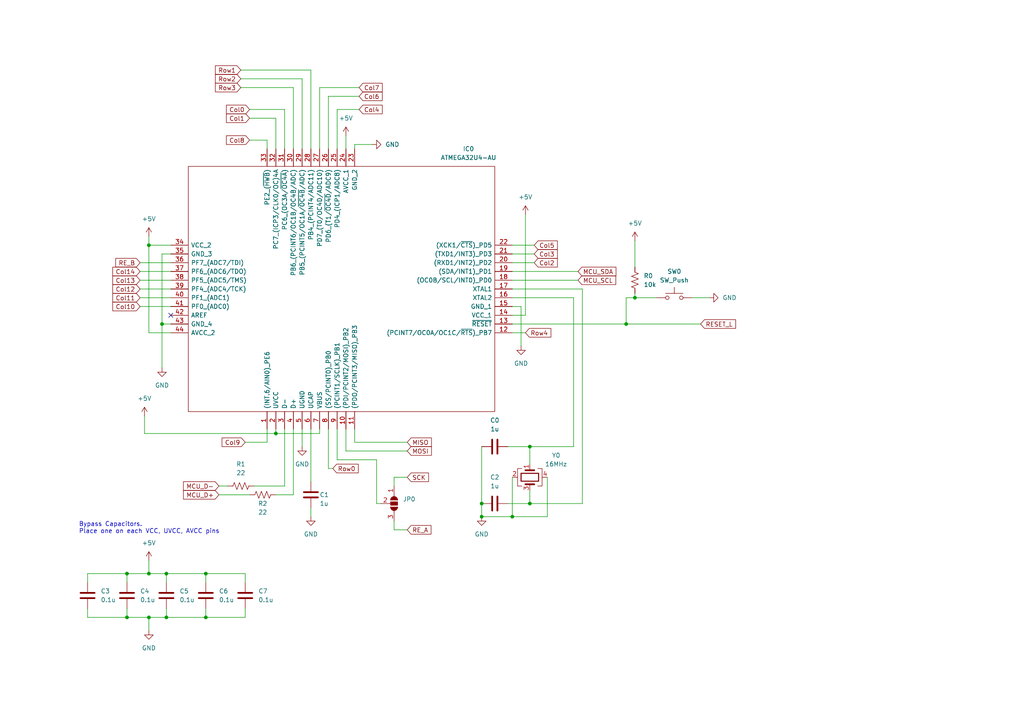
<source format=kicad_sch>
(kicad_sch (version 20211123) (generator eeschema)
  (paper "A4")
  (lib_symbols
    (symbol "Device:C" (pin_numbers hide) (pin_names (offset 0.254))
      (property "Reference" "C" (at 0.635 2.54 0))
      (property "Value" "C" (at 0.635 -2.54 0))
      (symbol "C_0_1"
        (polyline (pts (xy -2.032 -0.762) (xy 2.032 -0.762)) (stroke (width 0.508)))
        (polyline (pts (xy -2.032 0.762) (xy 2.032 0.762)) (stroke (width 0.508)))
      )
      (symbol "C_1_1"
        (pin passive line (at 0 3.81 270) (length 2.794) (name "~") (number "1"))
        (pin passive line (at 0 -3.81 90) (length 2.794) (name "~") (number "2"))
      )
    )
    (symbol "Device:Crystal_GND24" (pin_names (offset 1.016) hide)
      (property "Reference" "Y" (at 3.175 5.08 0))
      (property "Value" "Crystal_GND24" (at 3.175 3.175 0))
      (symbol "Crystal_GND24_0_1"
        (rectangle (start -1.143 2.54) (end 1.143 -2.54) (stroke (width 0.3048)))
        (polyline (pts (xy -2.54 0) (xy -2.032 0)))
        (polyline (pts (xy -2.032 -1.27) (xy -2.032 1.27)) (stroke (width 0.508)))
        (polyline (pts (xy 0 -3.81) (xy 0 -3.556)))
        (polyline (pts (xy 0 3.556) (xy 0 3.81)))
        (polyline (pts (xy 2.032 -1.27) (xy 2.032 1.27)) (stroke (width 0.508)))
        (polyline (pts (xy 2.032 0) (xy 2.54 0)))
        (polyline (pts (xy -2.54 -2.286) (xy -2.54 -3.556) (xy 2.54 -3.556) (xy 2.54 -2.286)))
        (polyline (pts (xy -2.54 2.286) (xy -2.54 3.556) (xy 2.54 3.556) (xy 2.54 2.286)))
      )
      (symbol "Crystal_GND24_1_1"
        (pin passive line (at -3.81 0 0) (length 1.27) (name "1") (number "1"))
        (pin passive line (at 0 5.08 270) (length 1.27) (name "2") (number "2"))
        (pin passive line (at 3.81 0 180) (length 1.27) (name "3") (number "3"))
        (pin passive line (at 0 -5.08 90) (length 1.27) (name "4") (number "4"))
      )
    )
    (symbol "Device:R_US" (pin_numbers hide) (pin_names (offset 0))
      (property "Reference" "R" (at 2.54 0 90))
      (property "Value" "R_US" (at -2.54 0 90))
      (symbol "R_US_0_1"
        (polyline (pts (xy 0 -2.286) (xy 0 -2.54)))
        (polyline (pts (xy 0 2.286) (xy 0 2.54)))
        (polyline (pts (xy 0 -0.762) (xy 1.016 -1.143) (xy 0 -1.524) (xy -1.016 -1.905) (xy 0 -2.286)))
        (polyline (pts (xy 0 0.762) (xy 1.016 0.381) (xy 0 0) (xy -1.016 -0.381) (xy 0 -0.762)))
        (polyline (pts (xy 0 2.286) (xy 1.016 1.905) (xy 0 1.524) (xy -1.016 1.143) (xy 0 0.762)))
      )
      (symbol "R_US_1_1"
        (pin passive line (at 0 3.81 270) (length 1.27) (name "~") (number "1"))
        (pin passive line (at 0 -3.81 90) (length 1.27) (name "~") (number "2"))
      )
    )
    (symbol "Jumper:SolderJumper_3_Open" (pin_names (offset 0) hide)
      (property "Reference" "JP" (at -2.54 -2.54 0))
      (property "Value" "SolderJumper_3_Open" (at 0 2.794 0))
      (symbol "SolderJumper_3_Open_0_1"
        (arc (start -1.016 1.016) (mid -2.032 0) (end -1.016 -1.016))
        (arc (start -1.016 1.016) (mid -2.032 0) (end -1.016 -1.016) (fill (type outline)))
        (rectangle (start -0.508 1.016) (end 0.508 -1.016) (fill (type outline)))
        (polyline (pts (xy -2.54 0) (xy -2.032 0)))
        (polyline (pts (xy -1.016 1.016) (xy -1.016 -1.016)))
        (polyline (pts (xy 0 -1.27) (xy 0 -1.016)))
        (polyline (pts (xy 1.016 1.016) (xy 1.016 -1.016)))
        (polyline (pts (xy 2.54 0) (xy 2.032 0)))
        (arc (start 1.016 -1.016) (mid 2.032 0) (end 1.016 1.016))
        (arc (start 1.016 -1.016) (mid 2.032 0) (end 1.016 1.016) (fill (type outline)))
      )
      (symbol "SolderJumper_3_Open_1_1"
        (pin passive line (at -5.08 0 0) (length 2.54) (name "A") (number "1"))
        (pin input line (at 0 -3.81 90) (length 2.54) (name "C") (number "2"))
        (pin passive line (at 5.08 0 180) (length 2.54) (name "B") (number "3"))
      )
    )
    (symbol "SamacSys_Parts:ATMEGA32U4-AU" (pin_names (offset 0.762))
      (property "Reference" "IC" (at 77.47 27.94 0))
      (property "Value" "ATMEGA32U4-AU" (at 77.47 25.4 0))
      (symbol "ATMEGA32U4-AU_0_0"
        (pin passive line (at 0 0 0) (length 5.08) (name "(INT.6/AIN0)_PE6") (number "1"))
        (pin passive line (at 0 -22.86 0) (length 5.08) (name "(PDI/PCINT2/MOSI)_PB2") (number "10"))
        (pin passive line (at 0 -25.4 0) (length 5.08) (name "(PDO/PCINT3/MISO)_PB3") (number "11"))
        (pin passive line (at 27.94 -71.12 90) (length 5.08) (name "(PCINT7/OC0A/OC1C/~{RTS})_PB7") (number "12"))
        (pin passive line (at 30.48 -71.12 90) (length 5.08) (name "~{RESET}") (number "13"))
        (pin passive line (at 33.02 -71.12 90) (length 5.08) (name "VCC_1") (number "14"))
        (pin passive line (at 35.56 -71.12 90) (length 5.08) (name "GND_1") (number "15"))
        (pin passive line (at 38.1 -71.12 90) (length 5.08) (name "XTAL2") (number "16"))
        (pin passive line (at 40.64 -71.12 90) (length 5.08) (name "XTAL1") (number "17"))
        (pin passive line (at 43.18 -71.12 90) (length 5.08) (name "(OC0B/SCL/INT0)_PD0") (number "18"))
        (pin passive line (at 45.72 -71.12 90) (length 5.08) (name "(SDA/INT1)_PD1") (number "19"))
        (pin passive line (at 0 -2.54 0) (length 5.08) (name "UVCC") (number "2"))
        (pin passive line (at 48.26 -71.12 90) (length 5.08) (name "(RXD1/INT2)_PD2") (number "20"))
        (pin passive line (at 50.8 -71.12 90) (length 5.08) (name "(TXD1/INT3)_PD3") (number "21"))
        (pin passive line (at 53.34 -71.12 90) (length 5.08) (name "(XCK1/~{CTS})_PD5") (number "22"))
        (pin passive line (at 81.28 -25.4 180) (length 5.08) (name "GND_2") (number "23"))
        (pin passive line (at 81.28 -22.86 180) (length 5.08) (name "AVCC_1") (number "24"))
        (pin passive line (at 81.28 -20.32 180) (length 5.08) (name "PD4_(ICP1/ADC8)") (number "25"))
        (pin passive line (at 81.28 -17.78 180) (length 5.08) (name "PD6_(T1/~{OC4D}/ADC9)") (number "26"))
        (pin passive line (at 81.28 -15.24 180) (length 5.08) (name "PD7_(T0/OC4D/ADC10)") (number "27"))
        (pin passive line (at 81.28 -12.7 180) (length 5.08) (name "PB4_(PCINT4/ADC11)") (number "28"))
        (pin passive line (at 81.28 -10.16 180) (length 5.08) (name "PB5_(PCINT5/OC1A/~{OC4B}/ADC)") (number "29"))
        (pin passive line (at 0 -5.08 0) (length 5.08) (name "D-") (number "3"))
        (pin passive line (at 81.28 -7.62 180) (length 5.08) (name "PB6_(PCINT6/OC1B/OC4B/ADC)") (number "30"))
        (pin passive line (at 81.28 -5.08 180) (length 5.08) (name "PC6_(OC3A/~{OC4A})") (number "31"))
        (pin passive line (at 81.28 -2.54 180) (length 5.08) (name "PC7_(ICP3/CLK0/OC)4A") (number "32"))
        (pin passive line (at 81.28 0 180) (length 5.08) (name "PE2_(~{HWB})") (number "33"))
        (pin passive line (at 53.34 27.94 270) (length 5.08) (name "VCC_2") (number "34"))
        (pin passive line (at 50.8 27.94 270) (length 5.08) (name "GND_3") (number "35"))
        (pin passive line (at 48.26 27.94 270) (length 5.08) (name "PF7_(ADC7/TDI)") (number "36"))
        (pin passive line (at 45.72 27.94 270) (length 5.08) (name "PF6_(ADC6/TDO)") (number "37"))
        (pin passive line (at 43.18 27.94 270) (length 5.08) (name "PF5_(ADC5/TMS)") (number "38"))
        (pin passive line (at 40.64 27.94 270) (length 5.08) (name "PF4_(ADC4/TCK)") (number "39"))
        (pin passive line (at 0 -7.62 0) (length 5.08) (name "D+") (number "4"))
        (pin passive line (at 38.1 27.94 270) (length 5.08) (name "PF1_(ADC1)") (number "40"))
        (pin passive line (at 35.56 27.94 270) (length 5.08) (name "PF0_(ADC0)") (number "41"))
        (pin passive line (at 33.02 27.94 270) (length 5.08) (name "AREF") (number "42"))
        (pin passive line (at 30.48 27.94 270) (length 5.08) (name "GND_4") (number "43"))
        (pin passive line (at 27.94 27.94 270) (length 5.08) (name "AVCC_2") (number "44"))
        (pin passive line (at 0 -10.16 0) (length 5.08) (name "UGND") (number "5"))
        (pin passive line (at 0 -12.7 0) (length 5.08) (name "UCAP") (number "6"))
        (pin passive line (at 0 -15.24 0) (length 5.08) (name "VBUS") (number "7"))
        (pin passive line (at 0 -17.78 0) (length 5.08) (name "(SS/PCINT0)_PB0") (number "8"))
        (pin passive line (at 0 -20.32 0) (length 5.08) (name "(PCINT1/SCLK)_PB1") (number "9"))
      )
      (symbol "ATMEGA32U4-AU_0_1"
        (polyline (pts (xy 5.08 22.86) (xy 76.2 22.86) (xy 76.2 -66.04) (xy 5.08 -66.04) (xy 5.08 22.86)) (stroke (width 0.1524)))
      )
    )
    (symbol "Switch:SW_Push" (pin_numbers hide) (pin_names (offset 1.016) hide)
      (property "Reference" "SW" (at 1.27 2.54 0))
      (property "Value" "SW_Push" (at 0 -1.524 0))
      (symbol "SW_Push_0_1"
        (circle (center -2.032 0) (radius 0.508))
        (polyline (pts (xy 0 1.27) (xy 0 3.048)))
        (polyline (pts (xy 2.54 1.27) (xy -2.54 1.27)))
        (circle (center 2.032 0) (radius 0.508))
        (pin passive line (at -5.08 0 0) (length 2.54) (name "1") (number "1"))
        (pin passive line (at 5.08 0 180) (length 2.54) (name "2") (number "2"))
      )
    )
    (symbol "power:+5V" (power) (pin_names (offset 0))
      (property "Value" "+5V" (at 0 3.556 0))
      (symbol "+5V_0_1"
        (polyline (pts (xy -0.762 1.27) (xy 0 2.54)))
        (polyline (pts (xy 0 0) (xy 0 2.54)))
        (polyline (pts (xy 0 2.54) (xy 0.762 1.27)))
      )
      (symbol "+5V_1_1"
        (pin power_in line (at 0 0 90) (length 0) hide (name "+5V") (number "1"))
      )
    )
    (symbol "power:GND" (power) (pin_names (offset 0))
      (property "Value" "GND" (at 0 -3.81 0))
      (symbol "GND_0_1"
        (polyline (pts (xy 0 0) (xy 0 -1.27) (xy 1.27 -1.27) (xy 0 -2.54) (xy -1.27 -1.27) (xy 0 -1.27)))
      )
      (symbol "GND_1_1"
        (pin power_in line (at 0 0 270) (length 0) hide (name "GND") (number "1"))
      )
    )
  )
  (junction (at 43.18 179.07))
  (junction (at 184.15 86.36))
  (junction (at 59.69 179.07))
  (junction (at 46.99 93.98))
  (junction (at 48.26 179.07))
  (junction (at 139.7 149.86))
  (junction (at 181.61 93.98))
  (junction (at 43.18 71.12))
  (junction (at 43.18 166.37))
  (junction (at 59.69 166.37))
  (junction (at 153.67 129.54))
  (junction (at 36.83 179.07))
  (junction (at 148.59 149.86))
  (junction (at 36.83 166.37))
  (junction (at 153.67 146.05))
  (junction (at 80.01 125.73))
  (junction (at 48.26 166.37))
  (junction (at 139.7 146.05))
  (no_connect (at 49.53 91.44))
  (wire (pts (xy 102.87 128.27) (xy 118.11 128.27)))
  (wire (pts (xy 63.5 140.97) (xy 66.04 140.97)))
  (wire (pts (xy 153.67 142.24) (xy 153.67 146.05)))
  (wire (pts (xy 25.4 168.91) (xy 25.4 166.37)))
  (wire (pts (xy 148.59 88.9) (xy 151.13 88.9)))
  (wire (pts (xy 97.79 124.46) (xy 97.79 133.35)))
  (wire (pts (xy 80.01 125.73) (xy 80.01 124.46)))
  (wire (pts (xy 148.59 78.74) (xy 167.64 78.74)))
  (wire (pts (xy 97.79 133.35) (xy 109.22 133.35)))
  (wire (pts (xy 80.01 143.51) (xy 85.09 143.51)))
  (wire (pts (xy 109.22 146.05) (xy 110.49 146.05)))
  (wire (pts (xy 148.59 73.66) (xy 154.94 73.66)))
  (wire (pts (xy 43.18 166.37) (xy 48.26 166.37)))
  (wire (pts (xy 77.47 43.18) (xy 77.47 40.64)))
  (wire (pts (xy 85.09 25.4) (xy 69.85 25.4)))
  (wire (pts (xy 148.59 149.86) (xy 139.7 149.86)))
  (wire (pts (xy 71.12 166.37) (xy 71.12 168.91)))
  (wire (pts (xy 148.59 138.43) (xy 148.59 149.86)))
  (wire (pts (xy 77.47 128.27) (xy 71.12 128.27)))
  (wire (pts (xy 43.18 179.07) (xy 43.18 182.88)))
  (wire (pts (xy 158.75 149.86) (xy 148.59 149.86)))
  (wire (pts (xy 85.09 43.18) (xy 85.09 25.4)))
  (wire (pts (xy 102.87 124.46) (xy 102.87 128.27)))
  (wire (pts (xy 46.99 106.68) (xy 46.99 93.98)))
  (wire (pts (xy 85.09 143.51) (xy 85.09 124.46)))
  (wire (pts (xy 92.71 25.4) (xy 92.71 43.18)))
  (wire (pts (xy 92.71 125.73) (xy 80.01 125.73)))
  (wire (pts (xy 25.4 176.53) (xy 25.4 179.07)))
  (wire (pts (xy 97.79 31.75) (xy 104.14 31.75)))
  (wire (pts (xy 181.61 93.98) (xy 203.2 93.98)))
  (wire (pts (xy 148.59 96.52) (xy 152.4 96.52)))
  (wire (pts (xy 184.15 69.85) (xy 184.15 77.47)))
  (wire (pts (xy 40.64 81.28) (xy 49.53 81.28)))
  (wire (pts (xy 148.59 81.28) (xy 167.64 81.28)))
  (wire (pts (xy 63.5 143.51) (xy 72.39 143.51)))
  (wire (pts (xy 48.26 166.37) (xy 48.26 168.91)))
  (wire (pts (xy 90.17 20.32) (xy 69.85 20.32)))
  (wire (pts (xy 90.17 124.46) (xy 90.17 139.7)))
  (wire (pts (xy 148.59 93.98) (xy 181.61 93.98)))
  (wire (pts (xy 97.79 43.18) (xy 97.79 31.75)))
  (wire (pts (xy 205.74 86.36) (xy 200.66 86.36)))
  (wire (pts (xy 40.64 78.74) (xy 49.53 78.74)))
  (wire (pts (xy 153.67 129.54) (xy 166.37 129.54)))
  (wire (pts (xy 148.59 76.2) (xy 154.94 76.2)))
  (wire (pts (xy 181.61 93.98) (xy 181.61 86.36)))
  (wire (pts (xy 48.26 179.07) (xy 59.69 179.07)))
  (wire (pts (xy 43.18 71.12) (xy 43.18 68.58)))
  (wire (pts (xy 36.83 179.07) (xy 43.18 179.07)))
  (wire (pts (xy 87.63 43.18) (xy 87.63 22.86)))
  (wire (pts (xy 184.15 86.36) (xy 184.15 85.09)))
  (wire (pts (xy 92.71 25.4) (xy 104.14 25.4)))
  (wire (pts (xy 73.66 140.97) (xy 82.55 140.97)))
  (wire (pts (xy 77.47 124.46) (xy 77.47 128.27)))
  (wire (pts (xy 148.59 71.12) (xy 154.94 71.12)))
  (wire (pts (xy 43.18 71.12) (xy 49.53 71.12)))
  (wire (pts (xy 82.55 31.75) (xy 72.39 31.75)))
  (wire (pts (xy 95.25 27.94) (xy 104.14 27.94)))
  (wire (pts (xy 151.13 88.9) (xy 151.13 100.33)))
  (wire (pts (xy 71.12 176.53) (xy 71.12 179.07)))
  (wire (pts (xy 114.3 138.43) (xy 118.11 138.43)))
  (wire (pts (xy 36.83 166.37) (xy 43.18 166.37)))
  (wire (pts (xy 153.67 146.05) (xy 168.91 146.05)))
  (wire (pts (xy 148.59 83.82) (xy 168.91 83.82)))
  (wire (pts (xy 153.67 129.54) (xy 153.67 134.62)))
  (wire (pts (xy 49.53 73.66) (xy 46.99 73.66)))
  (wire (pts (xy 90.17 43.18) (xy 90.17 20.32)))
  (wire (pts (xy 59.69 166.37) (xy 71.12 166.37)))
  (wire (pts (xy 107.95 41.91) (xy 102.87 41.91)))
  (wire (pts (xy 166.37 129.54) (xy 166.37 86.36)))
  (wire (pts (xy 100.33 124.46) (xy 100.33 130.81)))
  (wire (pts (xy 41.91 120.65) (xy 41.91 125.73)))
  (wire (pts (xy 77.47 40.64) (xy 72.39 40.64)))
  (wire (pts (xy 48.26 176.53) (xy 48.26 179.07)))
  (wire (pts (xy 59.69 166.37) (xy 59.69 168.91)))
  (wire (pts (xy 43.18 96.52) (xy 43.18 71.12)))
  (wire (pts (xy 114.3 153.67) (xy 118.11 153.67)))
  (wire (pts (xy 158.75 138.43) (xy 158.75 149.86)))
  (wire (pts (xy 36.83 176.53) (xy 36.83 179.07)))
  (wire (pts (xy 102.87 41.91) (xy 102.87 43.18)))
  (wire (pts (xy 95.25 124.46) (xy 95.25 135.89)))
  (wire (pts (xy 109.22 133.35) (xy 109.22 146.05)))
  (wire (pts (xy 82.55 140.97) (xy 82.55 124.46)))
  (wire (pts (xy 80.01 34.29) (xy 72.39 34.29)))
  (wire (pts (xy 40.64 83.82) (xy 49.53 83.82)))
  (wire (pts (xy 139.7 129.54) (xy 139.7 146.05)))
  (wire (pts (xy 82.55 43.18) (xy 82.55 31.75)))
  (wire (pts (xy 92.71 124.46) (xy 92.71 125.73)))
  (wire (pts (xy 59.69 179.07) (xy 59.69 176.53)))
  (wire (pts (xy 43.18 162.56) (xy 43.18 166.37)))
  (wire (pts (xy 71.12 179.07) (xy 59.69 179.07)))
  (wire (pts (xy 25.4 179.07) (xy 36.83 179.07)))
  (wire (pts (xy 90.17 147.32) (xy 90.17 149.86)))
  (wire (pts (xy 80.01 43.18) (xy 80.01 34.29)))
  (wire (pts (xy 41.91 125.73) (xy 80.01 125.73)))
  (wire (pts (xy 48.26 166.37) (xy 59.69 166.37)))
  (wire (pts (xy 148.59 86.36) (xy 166.37 86.36)))
  (wire (pts (xy 114.3 151.13) (xy 114.3 153.67)))
  (wire (pts (xy 46.99 93.98) (xy 49.53 93.98)))
  (wire (pts (xy 43.18 179.07) (xy 48.26 179.07)))
  (wire (pts (xy 168.91 83.82) (xy 168.91 146.05)))
  (wire (pts (xy 40.64 88.9) (xy 49.53 88.9)))
  (wire (pts (xy 87.63 124.46) (xy 87.63 129.54)))
  (wire (pts (xy 95.25 135.89) (xy 96.52 135.89)))
  (wire (pts (xy 36.83 166.37) (xy 36.83 168.91)))
  (wire (pts (xy 190.5 86.36) (xy 184.15 86.36)))
  (wire (pts (xy 40.64 76.2) (xy 49.53 76.2)))
  (wire (pts (xy 100.33 39.37) (xy 100.33 43.18)))
  (wire (pts (xy 184.15 86.36) (xy 181.61 86.36)))
  (wire (pts (xy 40.64 86.36) (xy 49.53 86.36)))
  (wire (pts (xy 114.3 140.97) (xy 114.3 138.43)))
  (wire (pts (xy 139.7 146.05) (xy 139.7 149.86)))
  (wire (pts (xy 49.53 96.52) (xy 43.18 96.52)))
  (wire (pts (xy 152.4 91.44) (xy 152.4 62.23)))
  (wire (pts (xy 147.32 129.54) (xy 153.67 129.54)))
  (wire (pts (xy 87.63 22.86) (xy 69.85 22.86)))
  (wire (pts (xy 148.59 91.44) (xy 152.4 91.44)))
  (wire (pts (xy 95.25 27.94) (xy 95.25 43.18)))
  (wire (pts (xy 25.4 166.37) (xy 36.83 166.37)))
  (wire (pts (xy 100.33 130.81) (xy 118.11 130.81)))
  (wire (pts (xy 46.99 73.66) (xy 46.99 93.98)))
  (wire (pts (xy 147.32 146.05) (xy 153.67 146.05)))
  (text "Bypass Capacitors. \nPlace one on each VCC, UVCC, AVCC pins" (at 22.86 154.94 0) (effects (font (size 1.27 1.27)) (justify left bottom)))
  (global_label "MCU_SCL" (shape input) (at 167.64 81.28 0) (property "Intersheet References" "${INTERSHEET_REFS}" (effects hide)))
  (global_label "Row0" (shape input) (at 96.52 135.89 0) (property "Intersheet References" "${INTERSHEET_REFS}" (effects hide)))
  (global_label "Col7" (shape input) (at 104.14 25.4 0) (property "Intersheet References" "${INTERSHEET_REFS}" (effects hide)))
  (global_label "Col12" (shape input) (at 40.64 83.82 180) (property "Intersheet References" "${INTERSHEET_REFS}" (effects hide)))
  (global_label "SCK" (shape input) (at 118.11 138.43 0) (property "Intersheet References" "${INTERSHEET_REFS}" (effects hide)))
  (global_label "Col10" (shape input) (at 40.64 88.9 180) (property "Intersheet References" "${INTERSHEET_REFS}" (effects hide)))
  (global_label "Col2" (shape input) (at 154.94 76.2 0) (property "Intersheet References" "${INTERSHEET_REFS}" (effects hide)))
  (global_label "Row2" (shape input) (at 69.85 22.86 180) (property "Intersheet References" "${INTERSHEET_REFS}" (effects hide)))
  (global_label "RE_A" (shape input) (at 118.11 153.67 0) (property "Intersheet References" "${INTERSHEET_REFS}" (effects hide)))
  (global_label "RE_B" (shape input) (at 40.64 76.2 180) (property "Intersheet References" "${INTERSHEET_REFS}" (effects hide)))
  (global_label "Col8" (shape input) (at 72.39 40.64 180) (property "Intersheet References" "${INTERSHEET_REFS}" (effects hide)))
  (global_label "MOSI" (shape input) (at 118.11 130.81 0) (property "Intersheet References" "${INTERSHEET_REFS}" (effects hide)))
  (global_label "Col0" (shape input) (at 72.39 31.75 180) (property "Intersheet References" "${INTERSHEET_REFS}" (effects hide)))
  (global_label "Col13" (shape input) (at 40.64 81.28 180) (property "Intersheet References" "${INTERSHEET_REFS}" (effects hide)))
  (global_label "Col5" (shape input) (at 154.94 71.12 0) (property "Intersheet References" "${INTERSHEET_REFS}" (effects hide)))
  (global_label "Col9" (shape input) (at 71.12 128.27 180) (property "Intersheet References" "${INTERSHEET_REFS}" (effects hide)))
  (global_label "Col6" (shape input) (at 104.14 27.94 0) (property "Intersheet References" "${INTERSHEET_REFS}" (effects hide)))
  (global_label "Col14" (shape input) (at 40.64 78.74 180) (property "Intersheet References" "${INTERSHEET_REFS}" (effects hide)))
  (global_label "MCU_D-" (shape input) (at 63.5 140.97 180) (property "Intersheet References" "${INTERSHEET_REFS}" (effects hide)))
  (global_label "Row3" (shape input) (at 69.85 25.4 180) (property "Intersheet References" "${INTERSHEET_REFS}" (effects hide)))
  (global_label "Row1" (shape input) (at 69.85 20.32 180) (property "Intersheet References" "${INTERSHEET_REFS}" (effects hide)))
  (global_label "MCU_D+" (shape input) (at 63.5 143.51 180) (property "Intersheet References" "${INTERSHEET_REFS}" (effects hide)))
  (global_label "MISO" (shape input) (at 118.11 128.27 0) (property "Intersheet References" "${INTERSHEET_REFS}" (effects hide)))
  (global_label "Col11" (shape input) (at 40.64 86.36 180) (property "Intersheet References" "${INTERSHEET_REFS}" (effects hide)))
  (global_label "Row4" (shape input) (at 152.4 96.52 0) (property "Intersheet References" "${INTERSHEET_REFS}" (effects hide)))
  (global_label "RESET_L" (shape input) (at 203.2 93.98 0) (property "Intersheet References" "${INTERSHEET_REFS}" (effects hide)))
  (global_label "Col4" (shape input) (at 104.14 31.75 0) (property "Intersheet References" "${INTERSHEET_REFS}" (effects hide)))
  (global_label "MCU_SDA" (shape input) (at 167.64 78.74 0) (property "Intersheet References" "${INTERSHEET_REFS}" (effects hide)))
  (global_label "Col1" (shape input) (at 72.39 34.29 180) (property "Intersheet References" "${INTERSHEET_REFS}" (effects hide)))
  (global_label "Col3" (shape input) (at 154.94 73.66 0) (property "Intersheet References" "${INTERSHEET_REFS}" (effects hide)))
  (symbol (lib_id "Device:R_US") (at 184.15 81.28 180) (unit 1)
    (property "Reference" "R0" (at 186.69 80.0099 0) (effects (justify right)))
    (property "Value" "10k" (at 186.69 82.5499 0) (effects (justify right)))
    (property "Footprint" "Resistor_SMD:R_0603_1608Metric_Pad0.98x0.95mm_HandSolder" (effects hide))
  )
  (symbol (lib_id "Device:C") (at 25.4 172.72 0) (unit 1)
    (property "Reference" "C3" (at 29.21 171.4499 0) (effects (justify left)))
    (property "Value" "0.1u" (at 29.21 173.9899 0) (effects (justify left)))
    (property "Footprint" "Capacitor_SMD:C_0603_1608Metric_Pad1.08x0.95mm_HandSolder" (effects hide))
  )
  (symbol (lib_id "Jumper:SolderJumper_3_Open") (at 114.3 146.05 270) (unit 1)
    (property "Reference" "JP0" (at 116.84 144.7799 90) (effects (justify left)))
    (property "Value" "SolderJumper_3_Open" (effects hide))
    (property "Footprint" "Jumper:SolderJumper-3_P1.3mm_Open_RoundedPad1.0x1.5mm" (effects hide))
  )
  (symbol (lib_id "power:GND") (at 43.18 182.88 0) (unit 1)
    (property "Reference" "#PWR013" (effects hide))
    (property "Value" "GND" (at 43.18 187.96 0))
  )
  (symbol (lib_id "Device:C") (at 71.12 172.72 0) (unit 1)
    (property "Reference" "C7" (at 74.93 171.4499 0) (effects (justify left)))
    (property "Value" "0.1u" (at 74.93 173.9899 0) (effects (justify left)))
    (property "Footprint" "Capacitor_SMD:C_0603_1608Metric_Pad1.08x0.95mm_HandSolder" (effects hide))
  )
  (symbol (lib_id "Device:C") (at 59.69 172.72 0) (unit 1)
    (property "Reference" "C6" (at 63.5 171.4499 0) (effects (justify left)))
    (property "Value" "0.1u" (at 63.5 173.9899 0) (effects (justify left)))
    (property "Footprint" "Capacitor_SMD:C_0603_1608Metric_Pad1.08x0.95mm_HandSolder" (effects hide))
  )
  (symbol (lib_id "power:GND") (at 151.13 100.33 0) (unit 1)
    (property "Reference" "#PWR06" (effects hide))
    (property "Value" "GND" (at 151.13 105.41 0))
  )
  (symbol (lib_id "Device:R_US") (at 69.85 140.97 90) (unit 1)
    (property "Reference" "R1" (at 69.85 134.62 90))
    (property "Value" "22" (at 69.85 137.16 90))
    (property "Footprint" "Resistor_SMD:R_0603_1608Metric_Pad0.98x0.95mm_HandSolder" (effects hide))
  )
  (symbol (lib_id "power:GND") (at 107.95 41.91 90) (unit 1)
    (property "Reference" "#PWR01" (effects hide))
    (property "Value" "GND" (at 111.76 41.9099 90) (effects (justify right)))
  )
  (symbol (lib_id "power:+5V") (at 43.18 68.58 0) (unit 1)
    (property "Reference" "#PWR03" (effects hide))
    (property "Value" "+5V" (at 43.18 63.5 0))
  )
  (symbol (lib_id "Switch:SW_Push") (at 195.58 86.36 0) (unit 1)
    (property "Reference" "SW0" (at 195.58 78.74 0))
    (property "Value" "SW_Push" (at 195.58 81.28 0))
    (property "Footprint" "random-keyboard-parts:RS187R05A2DSMTRT" (effects hide))
  )
  (symbol (lib_id "power:+5V") (at 100.33 39.37 0) (unit 1)
    (property "Reference" "#PWR00" (effects hide))
    (property "Value" "+5V" (at 100.33 34.29 0))
  )
  (symbol (lib_id "SamacSys_Parts:ATMEGA32U4-AU") (at 77.47 124.46 90) (unit 1)
    (property "Reference" "IC0" (at 135.89 43.18 90))
    (property "Value" "ATMEGA32U4-AU" (at 135.89 45.72 90))
    (property "Footprint" "SamacSys_Parts:QFP80P1200X1200X120-44N" (effects hide))
    (property "Datasheet" "http://www.atmel.com/images/atmel-7766-8-bit-avr-atmega16u4-32u4_summary.pdf" (effects hide))
    (property "Description" "MCU AVR 32K FLASH 16MHZ 44-TQFP Atmel ATMEGA32U4-AU, 8bit AVR Microcontroller, 16MHz, 1 kB, 32 kB Flash, 44-Pin TQFP" (effects hide))
    (property "Height" "1.2" (effects hide))
    (property "Manufacturer_Name" "Microchip" (effects hide))
    (property "Manufacturer_Part_Number" "ATMEGA32U4-AU" (effects hide))
    (property "Mouser Part Number" "556-ATMEGA32U4-AU" (effects hide))
    (property "Mouser Price/Stock" "https://www.mouser.co.uk/ProductDetail/Microchip-Technology-Atmel/ATMEGA32U4-AU?qs=SSucg2PyLi7mKWjHIsNJ3w%3D%3D" (effects hide))
    (property "Arrow Part Number" "ATMEGA32U4-AU" (effects hide))
    (property "Arrow Price/Stock" "https://www.arrow.com/en/products/atmega32u4-au/microchip-technology?region=nac" (effects hide))
  )
  (symbol (lib_id "power:GND") (at 205.74 86.36 90) (unit 1)
    (property "Reference" "#PWR05" (effects hide))
    (property "Value" "GND" (at 209.55 86.3599 90) (effects (justify right)))
  )
  (symbol (lib_id "power:GND") (at 46.99 106.68 0) (unit 1)
    (property "Reference" "#PWR07" (effects hide))
    (property "Value" "GND" (at 46.99 111.76 0))
  )
  (symbol (lib_id "Device:Crystal_GND24") (at 153.67 138.43 90) (mirror x) (unit 1)
    (property "Reference" "Y0" (at 161.29 132.08 90))
    (property "Value" "16MHz" (at 161.29 134.62 90))
    (property "Footprint" "Crystal:Crystal_SMD_3225-4Pin_3.2x2.5mm" (effects hide))
  )
  (symbol (lib_id "power:+5V") (at 41.91 120.65 0) (unit 1)
    (property "Reference" "#PWR08" (effects hide))
    (property "Value" "+5V" (at 41.91 115.57 0))
  )
  (symbol (lib_id "Device:R_US") (at 76.2 143.51 270) (unit 1)
    (property "Reference" "R2" (at 76.2 146.05 90))
    (property "Value" "22" (at 76.2 148.59 90))
    (property "Footprint" "Resistor_SMD:R_0603_1608Metric_Pad0.98x0.95mm_HandSolder" (effects hide))
  )
  (symbol (lib_id "Device:C") (at 143.51 146.05 270) (unit 1)
    (property "Reference" "C2" (at 143.51 138.43 90))
    (property "Value" "1u" (at 143.51 140.97 90))
    (property "Footprint" "Capacitor_SMD:C_0603_1608Metric_Pad1.08x0.95mm_HandSolder" (effects hide))
  )
  (symbol (lib_id "power:GND") (at 90.17 149.86 0) (unit 1)
    (property "Reference" "#PWR010" (effects hide))
    (property "Value" "GND" (at 90.17 154.94 0))
  )
  (symbol (lib_id "power:GND") (at 87.63 129.54 0) (unit 1)
    (property "Reference" "#PWR09" (effects hide))
    (property "Value" "GND" (at 87.63 134.62 0))
  )
  (symbol (lib_id "Device:C") (at 90.17 143.51 0) (unit 1)
    (property "Reference" "C1" (at 92.71 143.51 0) (effects (justify left)))
    (property "Value" "1u" (at 92.71 146.05 0) (effects (justify left)))
    (property "Footprint" "Capacitor_SMD:C_0603_1608Metric_Pad1.08x0.95mm_HandSolder" (effects hide))
  )
  (symbol (lib_id "power:GND") (at 139.7 149.86 0) (unit 1)
    (property "Reference" "#PWR011" (effects hide))
    (property "Value" "GND" (at 139.7 154.94 0))
  )
  (symbol (lib_id "power:+5V") (at 184.15 69.85 0) (unit 1)
    (property "Reference" "#PWR04" (effects hide))
    (property "Value" "+5V" (at 184.15 64.77 0))
  )
  (symbol (lib_id "Device:C") (at 36.83 172.72 0) (unit 1)
    (property "Reference" "C4" (at 40.64 171.4499 0) (effects (justify left)))
    (property "Value" "0.1u" (at 40.64 173.9899 0) (effects (justify left)))
    (property "Footprint" "Capacitor_SMD:C_0603_1608Metric_Pad1.08x0.95mm_HandSolder" (effects hide))
  )
  (symbol (lib_id "Device:C") (at 143.51 129.54 270) (unit 1)
    (property "Reference" "C0" (at 143.51 121.92 90))
    (property "Value" "1u" (at 143.51 124.46 90))
    (property "Footprint" "Capacitor_SMD:C_0603_1608Metric_Pad1.08x0.95mm_HandSolder" (effects hide))
  )
  (symbol (lib_id "power:+5V") (at 152.4 62.23 0) (unit 1)
    (property "Reference" "#PWR02" (effects hide))
    (property "Value" "+5V" (at 152.4 57.15 0))
  )
  (symbol (lib_id "Device:C") (at 48.26 172.72 0) (unit 1)
    (property "Reference" "C5" (at 52.07 171.4499 0) (effects (justify left)))
    (property "Value" "0.1u" (at 52.07 173.9899 0) (effects (justify left)))
    (property "Footprint" "Capacitor_SMD:C_0603_1608Metric_Pad1.08x0.95mm_HandSolder" (effects hide))
  )
  (symbol (lib_id "power:+5V") (at 43.18 162.56 0) (unit 1)
    (property "Reference" "#PWR012" (effects hide))
    (property "Value" "+5V" (at 43.18 157.48 0))
  )
)
</source>
